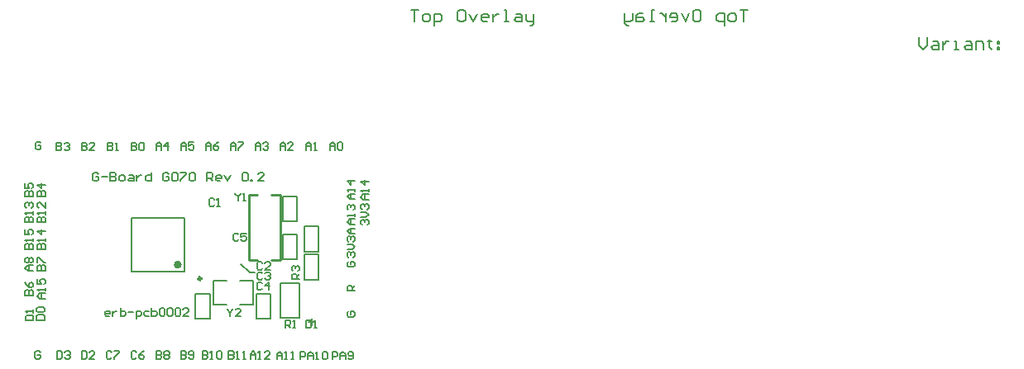
<source format=gto>
G04*
G04 #@! TF.GenerationSoftware,Altium Limited,Altium Designer,24.3.1 (35)*
G04*
G04 Layer_Color=65535*
%FSLAX44Y44*%
%MOMM*%
G71*
G04*
G04 #@! TF.SameCoordinates,254911FF-814D-4673-B187-D90DD251410E*
G04*
G04*
G04 #@! TF.FilePolarity,Positive*
G04*
G01*
G75*
%ADD10C,0.3000*%
%ADD11C,0.4000*%
%ADD12C,0.2000*%
%ADD13C,0.2540*%
%ADD14C,0.1270*%
%ADD15C,0.1500*%
D10*
X184250Y91500D02*
G03*
X184250Y91500I-1500J0D01*
G01*
D11*
X162250Y105750D02*
G03*
X162250Y105750I-2000J0D01*
G01*
D12*
X284500Y51500D02*
Y86500D01*
X265500Y51500D02*
Y86500D01*
X284500D01*
X265500Y51500D02*
X284500D01*
X282500Y150000D02*
Y176000D01*
X267500Y150000D02*
Y176000D01*
X282500D01*
X267500Y150000D02*
X282500D01*
X267500Y137000D02*
X282500D01*
X267500Y111000D02*
X282500D01*
Y137000D01*
X267500Y111000D02*
Y137000D01*
X240500Y50000D02*
Y76000D01*
X255500Y50000D02*
Y76000D01*
X240500Y50000D02*
X255500D01*
X240500Y76000D02*
X255500D01*
X178500D02*
X193500D01*
X178500Y50000D02*
X193500D01*
Y76000D01*
X178500Y50000D02*
Y76000D01*
X289500Y119300D02*
X304500D01*
X289500Y145300D02*
X304500D01*
X289500Y119300D02*
Y145300D01*
X304500Y119300D02*
Y145300D01*
Y90300D02*
Y116300D01*
X289500Y90300D02*
Y116300D01*
X304500D01*
X289500Y90300D02*
X304500D01*
X224997Y106600D02*
X233903Y97694D01*
X238849D01*
X196500Y65000D02*
X210050D01*
X196500Y89000D02*
X210050D01*
X223950D02*
X237500D01*
Y65000D02*
Y89000D01*
X196500Y65000D02*
Y89000D01*
X223950Y65000D02*
X237500D01*
X167500Y98500D02*
Y153500D01*
X112500Y98500D02*
Y153500D01*
Y98500D02*
X167500D01*
X112500Y153500D02*
X167500D01*
D13*
X265000Y177250D02*
X265000Y110750D01*
X256000Y177250D02*
X265000D01*
X256000Y110750D02*
X265000D01*
X233000Y177250D02*
X242000D01*
X233000Y110750D02*
X242000D01*
X233000Y177250D02*
X233000Y110750D01*
D14*
X297265Y50030D02*
Y43500D01*
X294000Y46765D02*
X300530D01*
D15*
X919250Y338746D02*
Y330749D01*
X923249Y326750D01*
X927247Y330749D01*
Y338746D01*
X933245Y334748D02*
X937244D01*
X939243Y332748D01*
Y326750D01*
X933245D01*
X931246Y328750D01*
X933245Y330749D01*
X939243D01*
X943242Y334748D02*
Y326750D01*
Y330749D01*
X945241Y332748D01*
X947241Y334748D01*
X949240D01*
X955238Y326750D02*
X959237D01*
X957237D01*
Y334748D01*
X955238D01*
X967234D02*
X971233D01*
X973232Y332748D01*
Y326750D01*
X967234D01*
X965235Y328750D01*
X967234Y330749D01*
X973232D01*
X977231Y326750D02*
Y334748D01*
X983229D01*
X985229Y332748D01*
Y326750D01*
X991227Y336747D02*
Y334748D01*
X989227D01*
X993226D01*
X991227D01*
Y328750D01*
X993226Y326750D01*
X999224Y334748D02*
X1001223D01*
Y332748D01*
X999224D01*
Y334748D01*
Y328750D02*
X1001223D01*
Y326750D01*
X999224D01*
Y328750D01*
X398750Y366996D02*
X406747D01*
X402748D01*
Y355000D01*
X412745D02*
X416744D01*
X418743Y357000D01*
Y360998D01*
X416744Y362998D01*
X412745D01*
X410746Y360998D01*
Y357000D01*
X412745Y355000D01*
X422742Y351002D02*
Y362998D01*
X428740D01*
X430740Y360998D01*
Y357000D01*
X428740Y355000D01*
X422742D01*
X452732Y366996D02*
X448734D01*
X446734Y364997D01*
Y357000D01*
X448734Y355000D01*
X452732D01*
X454732Y357000D01*
Y364997D01*
X452732Y366996D01*
X458730Y362998D02*
X462729Y355000D01*
X466728Y362998D01*
X476725Y355000D02*
X472726D01*
X470727Y357000D01*
Y360998D01*
X472726Y362998D01*
X476725D01*
X478724Y360998D01*
Y358999D01*
X470727D01*
X482723Y362998D02*
Y355000D01*
Y358999D01*
X484722Y360998D01*
X486721Y362998D01*
X488721D01*
X494719Y355000D02*
X498717D01*
X496718D01*
Y366996D01*
X494719D01*
X506715Y362998D02*
X510714D01*
X512713Y360998D01*
Y355000D01*
X506715D01*
X504715Y357000D01*
X506715Y358999D01*
X512713D01*
X516712Y362998D02*
Y357000D01*
X518711Y355000D01*
X524709D01*
Y353001D01*
X522710Y351002D01*
X520710D01*
X524709Y355000D02*
Y362998D01*
X743750Y367246D02*
X735752D01*
X739751D01*
Y355250D01*
X729754D02*
X725756D01*
X723756Y357249D01*
Y361248D01*
X725756Y363247D01*
X729754D01*
X731754Y361248D01*
Y357249D01*
X729754Y355250D01*
X719758Y351251D02*
Y363247D01*
X713760D01*
X711760Y361248D01*
Y357249D01*
X713760Y355250D01*
X719758D01*
X689767Y367246D02*
X693766D01*
X695765Y365247D01*
Y357249D01*
X693766Y355250D01*
X689767D01*
X687768Y357249D01*
Y365247D01*
X689767Y367246D01*
X683769Y363247D02*
X679771Y355250D01*
X675772Y363247D01*
X665775Y355250D02*
X669774D01*
X671773Y357249D01*
Y361248D01*
X669774Y363247D01*
X665775D01*
X663776Y361248D01*
Y359249D01*
X671773D01*
X659777Y363247D02*
Y355250D01*
Y359249D01*
X657778Y361248D01*
X655778Y363247D01*
X653779D01*
X647781Y355250D02*
X643782D01*
X645781D01*
Y367246D01*
X647781D01*
X635785Y363247D02*
X631786D01*
X629787Y361248D01*
Y355250D01*
X635785D01*
X637784Y357249D01*
X635785Y359249D01*
X629787D01*
X625788Y363247D02*
Y357249D01*
X623789Y355250D01*
X617791D01*
Y353251D01*
X619790Y351251D01*
X621789D01*
X617791Y355250D02*
Y363247D01*
X19975Y230452D02*
X18642Y231785D01*
X15976D01*
X14643Y230452D01*
Y225121D01*
X15976Y223788D01*
X18642D01*
X19975Y225121D01*
Y227787D01*
X17309D01*
X19438Y15774D02*
X18105Y17107D01*
X15439D01*
X14107Y15774D01*
Y10443D01*
X15439Y9110D01*
X18105D01*
X19438Y10443D01*
Y13108D01*
X16772D01*
X4503Y48669D02*
X12500D01*
Y52667D01*
X11167Y54000D01*
X5835D01*
X4503Y52667D01*
Y48669D01*
X12500Y56666D02*
Y59332D01*
Y57999D01*
X4503D01*
X5835Y56666D01*
X334836Y57666D02*
X333503Y56333D01*
Y53667D01*
X334836Y52334D01*
X340167D01*
X341500Y53667D01*
Y56333D01*
X340167Y57666D01*
X337501D01*
Y55000D01*
X341500Y147204D02*
X336168D01*
X333503Y149869D01*
X336168Y152535D01*
X341500D01*
X337501D01*
Y147204D01*
X341500Y155201D02*
Y157867D01*
Y156534D01*
X333503D01*
X334836Y155201D01*
Y161866D02*
X333503Y163199D01*
Y165864D01*
X334836Y167197D01*
X336168D01*
X337501Y165864D01*
Y164531D01*
Y165864D01*
X338834Y167197D01*
X340167D01*
X341500Y165864D01*
Y163199D01*
X340167Y161866D01*
X341500Y173004D02*
X336168D01*
X333503Y175669D01*
X336168Y178335D01*
X341500D01*
X337501D01*
Y173004D01*
X341500Y181001D02*
Y183667D01*
Y182334D01*
X333503D01*
X334836Y181001D01*
X341500Y191664D02*
X333503D01*
X337501Y187665D01*
Y192997D01*
X334836Y113338D02*
X333503Y114671D01*
Y117337D01*
X334836Y118670D01*
X336168D01*
X337501Y117337D01*
Y116004D01*
Y117337D01*
X338834Y118670D01*
X340167D01*
X341500Y117337D01*
Y114671D01*
X340167Y113338D01*
X333503Y121336D02*
X338834D01*
X341500Y124002D01*
X338834Y126667D01*
X333503D01*
X334836Y129333D02*
X333503Y130666D01*
Y133332D01*
X334836Y134665D01*
X336168D01*
X337501Y133332D01*
Y131999D01*
Y133332D01*
X338834Y134665D01*
X340167D01*
X341500Y133332D01*
Y130666D01*
X340167Y129333D01*
X341500Y137331D02*
X336168D01*
X333503Y139996D01*
X336168Y142662D01*
X341500D01*
X337501D01*
Y137331D01*
X341500Y78852D02*
X333503D01*
Y82851D01*
X334836Y84184D01*
X337501D01*
X338834Y82851D01*
Y78852D01*
Y81518D02*
X341500Y84184D01*
X334836Y108666D02*
X333503Y107333D01*
Y104667D01*
X334836Y103335D01*
X340167D01*
X341500Y104667D01*
Y107333D01*
X340167Y108666D01*
X337501D01*
Y106000D01*
X89653Y53026D02*
X86987D01*
X85654Y54359D01*
Y57024D01*
X86987Y58357D01*
X89653D01*
X90986Y57024D01*
Y55691D01*
X85654D01*
X93652Y58357D02*
Y53026D01*
Y55691D01*
X94985Y57024D01*
X96318Y58357D01*
X97651D01*
X101649Y61023D02*
Y53026D01*
X105648D01*
X106981Y54359D01*
Y55691D01*
Y57024D01*
X105648Y58357D01*
X101649D01*
X109647Y57024D02*
X114978D01*
X117644Y50360D02*
Y58357D01*
X121643D01*
X122976Y57024D01*
Y54359D01*
X121643Y53026D01*
X117644D01*
X130973Y58357D02*
X126974D01*
X125642Y57024D01*
Y54359D01*
X126974Y53026D01*
X130973D01*
X133639Y61023D02*
Y53026D01*
X137638D01*
X138971Y54359D01*
Y55691D01*
Y57024D01*
X137638Y58357D01*
X133639D01*
X141636Y59690D02*
X142969Y61023D01*
X145635D01*
X146968Y59690D01*
Y54359D01*
X145635Y53026D01*
X142969D01*
X141636Y54359D01*
Y59690D01*
X149634D02*
X150967Y61023D01*
X153633D01*
X154965Y59690D01*
Y54359D01*
X153633Y53026D01*
X150967D01*
X149634Y54359D01*
Y59690D01*
X157631D02*
X158964Y61023D01*
X161630D01*
X162963Y59690D01*
Y54359D01*
X161630Y53026D01*
X158964D01*
X157631Y54359D01*
Y59690D01*
X170960Y53026D02*
X165629D01*
X170960Y58357D01*
Y59690D01*
X169627Y61023D01*
X166962D01*
X165629Y59690D01*
X79158Y198904D02*
X77658Y200403D01*
X74659D01*
X73160Y198904D01*
Y192906D01*
X74659Y191406D01*
X77658D01*
X79158Y192906D01*
Y195905D01*
X76159D01*
X82157D02*
X88155D01*
X91154Y200403D02*
Y191406D01*
X95653D01*
X97152Y192906D01*
Y194405D01*
X95653Y195905D01*
X91154D01*
X95653D01*
X97152Y197404D01*
Y198904D01*
X95653Y200403D01*
X91154D01*
X101651Y191406D02*
X104650D01*
X106149Y192906D01*
Y195905D01*
X104650Y197404D01*
X101651D01*
X100151Y195905D01*
Y192906D01*
X101651Y191406D01*
X110648Y197404D02*
X113647D01*
X115146Y195905D01*
Y191406D01*
X110648D01*
X109148Y192906D01*
X110648Y194405D01*
X115146D01*
X118145Y197404D02*
Y191406D01*
Y194405D01*
X119645Y195905D01*
X121144Y197404D01*
X122644D01*
X133140Y200403D02*
Y191406D01*
X128642D01*
X127142Y192906D01*
Y195905D01*
X128642Y197404D01*
X133140D01*
X151135Y198904D02*
X149635Y200403D01*
X146636D01*
X145136Y198904D01*
Y192906D01*
X146636Y191406D01*
X149635D01*
X151135Y192906D01*
Y195905D01*
X148135D01*
X154134Y198904D02*
X155633Y200403D01*
X158632D01*
X160132Y198904D01*
Y192906D01*
X158632Y191406D01*
X155633D01*
X154134Y192906D01*
Y198904D01*
X163131Y200403D02*
X169129D01*
Y198904D01*
X163131Y192906D01*
Y191406D01*
X172128Y198904D02*
X173627Y200403D01*
X176626D01*
X178126Y198904D01*
Y192906D01*
X176626Y191406D01*
X173627D01*
X172128Y192906D01*
Y198904D01*
X190122Y191406D02*
Y200403D01*
X194620D01*
X196120Y198904D01*
Y195905D01*
X194620Y194405D01*
X190122D01*
X193121D02*
X196120Y191406D01*
X203618D02*
X200618D01*
X199119Y192906D01*
Y195905D01*
X200618Y197404D01*
X203618D01*
X205117Y195905D01*
Y194405D01*
X199119D01*
X208116Y197404D02*
X211115Y191406D01*
X214114Y197404D01*
X226110Y198904D02*
X227610Y200403D01*
X230609D01*
X232108Y198904D01*
Y192906D01*
X230609Y191406D01*
X227610D01*
X226110Y192906D01*
Y198904D01*
X235107Y191406D02*
Y192906D01*
X236607D01*
Y191406D01*
X235107D01*
X248603D02*
X242605D01*
X248603Y197404D01*
Y198904D01*
X247104Y200403D01*
X244104D01*
X242605Y198904D01*
X355500Y172604D02*
X350168D01*
X347503Y175269D01*
X350168Y177935D01*
X355500D01*
X351501D01*
Y172604D01*
X355500Y180601D02*
Y183267D01*
Y181934D01*
X347503D01*
X348835Y180601D01*
X355500Y191264D02*
X347503D01*
X351501Y187265D01*
Y192597D01*
X348835Y146537D02*
X347503Y147870D01*
Y150536D01*
X348835Y151869D01*
X350168D01*
X351501Y150536D01*
Y149203D01*
Y150536D01*
X352834Y151869D01*
X354167D01*
X355500Y150536D01*
Y147870D01*
X354167Y146537D01*
X347503Y154535D02*
X352834D01*
X355500Y157200D01*
X352834Y159866D01*
X347503D01*
X348835Y162532D02*
X347503Y163865D01*
Y166531D01*
X348835Y167864D01*
X350168D01*
X351501Y166531D01*
Y165198D01*
Y166531D01*
X352834Y167864D01*
X354167D01*
X355500Y166531D01*
Y163865D01*
X354167Y162532D01*
X4003Y74336D02*
X12000D01*
Y78335D01*
X10667Y79668D01*
X9334D01*
X8001Y78335D01*
Y74336D01*
Y78335D01*
X6668Y79668D01*
X5336D01*
X4003Y78335D01*
Y74336D01*
Y87665D02*
X5336Y84999D01*
X8001Y82333D01*
X10667D01*
X12000Y83666D01*
Y86332D01*
X10667Y87665D01*
X9334D01*
X8001Y86332D01*
Y82333D01*
X12000Y99736D02*
X6668D01*
X4003Y102402D01*
X6668Y105068D01*
X12000D01*
X8001D01*
Y99736D01*
X5336Y107733D02*
X4003Y109066D01*
Y111732D01*
X5336Y113065D01*
X6668D01*
X8001Y111732D01*
X9334Y113065D01*
X10667D01*
X12000Y111732D01*
Y109066D01*
X10667Y107733D01*
X9334D01*
X8001Y109066D01*
X6668Y107733D01*
X5336D01*
X8001Y109066D02*
Y111732D01*
X4003Y121804D02*
X12000D01*
Y125802D01*
X10667Y127135D01*
X9334D01*
X8001Y125802D01*
Y121804D01*
Y125802D01*
X6668Y127135D01*
X5336D01*
X4003Y125802D01*
Y121804D01*
X12000Y129801D02*
Y132467D01*
Y131134D01*
X4003D01*
X5336Y129801D01*
X4003Y141797D02*
Y136466D01*
X8001D01*
X6668Y139131D01*
Y140464D01*
X8001Y141797D01*
X10667D01*
X12000Y140464D01*
Y137799D01*
X10667Y136466D01*
X4003Y149454D02*
X12000D01*
Y153452D01*
X10667Y154785D01*
X9334D01*
X8001Y153452D01*
Y149454D01*
Y153452D01*
X6668Y154785D01*
X5336D01*
X4003Y153452D01*
Y149454D01*
X12000Y157451D02*
Y160117D01*
Y158784D01*
X4003D01*
X5336Y157451D01*
Y164116D02*
X4003Y165448D01*
Y168114D01*
X5336Y169447D01*
X6668D01*
X8001Y168114D01*
Y166781D01*
Y168114D01*
X9334Y169447D01*
X10667D01*
X12000Y168114D01*
Y165448D01*
X10667Y164116D01*
X4003Y175936D02*
X12000D01*
Y179935D01*
X10667Y181268D01*
X9334D01*
X8001Y179935D01*
Y175936D01*
Y179935D01*
X6668Y181268D01*
X5336D01*
X4003Y179935D01*
Y175936D01*
Y189265D02*
Y183933D01*
X8001D01*
X6668Y186599D01*
Y187932D01*
X8001Y189265D01*
X10667D01*
X12000Y187932D01*
Y185266D01*
X10667Y183933D01*
X16503Y175936D02*
X24500D01*
Y179935D01*
X23167Y181268D01*
X21834D01*
X20501Y179935D01*
Y175936D01*
Y179935D01*
X19168Y181268D01*
X17836D01*
X16503Y179935D01*
Y175936D01*
X24500Y187932D02*
X16503D01*
X20501Y183933D01*
Y189265D01*
X16503Y149454D02*
X24500D01*
Y153452D01*
X23167Y154785D01*
X21834D01*
X20501Y153452D01*
Y149454D01*
Y153452D01*
X19168Y154785D01*
X17836D01*
X16503Y153452D01*
Y149454D01*
X24500Y157451D02*
Y160117D01*
Y158784D01*
X16503D01*
X17836Y157451D01*
X24500Y169447D02*
Y164116D01*
X19168Y169447D01*
X17836D01*
X16503Y168114D01*
Y165448D01*
X17836Y164116D01*
X16503Y121804D02*
X24500D01*
Y125802D01*
X23167Y127135D01*
X21834D01*
X20501Y125802D01*
Y121804D01*
Y125802D01*
X19168Y127135D01*
X17836D01*
X16503Y125802D01*
Y121804D01*
X24500Y129801D02*
Y132467D01*
Y131134D01*
X16503D01*
X17836Y129801D01*
X24500Y140464D02*
X16503D01*
X20501Y136466D01*
Y141797D01*
X16503Y99736D02*
X24500D01*
Y103735D01*
X23167Y105068D01*
X21834D01*
X20501Y103735D01*
Y99736D01*
Y103735D01*
X19168Y105068D01*
X17836D01*
X16503Y103735D01*
Y99736D01*
Y107733D02*
Y113065D01*
X17836D01*
X23167Y107733D01*
X24500D01*
Y71004D02*
X19168D01*
X16503Y73669D01*
X19168Y76335D01*
X24500D01*
X20501D01*
Y71004D01*
X24500Y79001D02*
Y81667D01*
Y80334D01*
X16503D01*
X17836Y79001D01*
X16503Y90997D02*
Y85666D01*
X20501D01*
X19168Y88331D01*
Y89664D01*
X20501Y90997D01*
X23167D01*
X24500Y89664D01*
Y86999D01*
X23167Y85666D01*
X15723Y48936D02*
X23720D01*
Y52935D01*
X22387Y54268D01*
X17055D01*
X15723Y52935D01*
Y48936D01*
X17055Y56933D02*
X15723Y58266D01*
Y60932D01*
X17055Y62265D01*
X22387D01*
X23720Y60932D01*
Y58266D01*
X22387Y56933D01*
X17055D01*
X36000Y230998D02*
Y223000D01*
X39999D01*
X41332Y224333D01*
Y225666D01*
X39999Y226999D01*
X36000D01*
X39999D01*
X41332Y228332D01*
Y229665D01*
X39999Y230998D01*
X36000D01*
X43997Y229665D02*
X45330Y230998D01*
X47996D01*
X49329Y229665D01*
Y228332D01*
X47996Y226999D01*
X46663D01*
X47996D01*
X49329Y225666D01*
Y224333D01*
X47996Y223000D01*
X45330D01*
X43997Y224333D01*
X61736Y230998D02*
Y223000D01*
X65734D01*
X67067Y224333D01*
Y225666D01*
X65734Y226999D01*
X61736D01*
X65734D01*
X67067Y228332D01*
Y229665D01*
X65734Y230998D01*
X61736D01*
X75065Y223000D02*
X69733D01*
X75065Y228332D01*
Y229665D01*
X73732Y230998D01*
X71066D01*
X69733Y229665D01*
X88469Y230998D02*
Y223000D01*
X92467D01*
X93800Y224333D01*
Y225666D01*
X92467Y226999D01*
X88469D01*
X92467D01*
X93800Y228332D01*
Y229665D01*
X92467Y230998D01*
X88469D01*
X96466Y223000D02*
X99132D01*
X97799D01*
Y230998D01*
X96466Y229665D01*
X137936Y223450D02*
Y228782D01*
X140601Y231448D01*
X143267Y228782D01*
Y223450D01*
Y227449D01*
X137936D01*
X149932Y223450D02*
Y231448D01*
X145933Y227449D01*
X151265D01*
X112536Y230998D02*
Y223000D01*
X116534D01*
X117867Y224333D01*
Y225666D01*
X116534Y226999D01*
X112536D01*
X116534D01*
X117867Y228332D01*
Y229665D01*
X116534Y230998D01*
X112536D01*
X120533Y229665D02*
X121866Y230998D01*
X124532D01*
X125865Y229665D01*
Y224333D01*
X124532Y223000D01*
X121866D01*
X120533Y224333D01*
Y229665D01*
X214136Y223450D02*
Y228782D01*
X216801Y231448D01*
X219467Y228782D01*
Y223450D01*
Y227449D01*
X214136D01*
X222133Y231448D02*
X227465D01*
Y230115D01*
X222133Y224783D01*
Y223450D01*
X239536D02*
Y228782D01*
X242201Y231448D01*
X244867Y228782D01*
Y223450D01*
Y227449D01*
X239536D01*
X247533Y230115D02*
X248866Y231448D01*
X251532D01*
X252865Y230115D01*
Y228782D01*
X251532Y227449D01*
X250199D01*
X251532D01*
X252865Y226116D01*
Y224783D01*
X251532Y223450D01*
X248866D01*
X247533Y224783D01*
X188736Y223450D02*
Y228782D01*
X191401Y231448D01*
X194067Y228782D01*
Y223450D01*
Y227449D01*
X188736D01*
X202065Y231448D02*
X199399Y230115D01*
X196733Y227449D01*
Y224783D01*
X198066Y223450D01*
X200732D01*
X202065Y224783D01*
Y226116D01*
X200732Y227449D01*
X196733D01*
X163336Y223450D02*
Y228782D01*
X166001Y231448D01*
X168667Y228782D01*
Y223450D01*
Y227449D01*
X163336D01*
X176665Y231448D02*
X171333D01*
Y227449D01*
X173999Y228782D01*
X175332D01*
X176665Y227449D01*
Y224783D01*
X175332Y223450D01*
X172666D01*
X171333Y224783D01*
X264936Y223450D02*
Y228782D01*
X267601Y231448D01*
X270267Y228782D01*
Y223450D01*
Y227449D01*
X264936D01*
X278265Y223450D02*
X272933D01*
X278265Y228782D01*
Y230115D01*
X276932Y231448D01*
X274266D01*
X272933Y230115D01*
X315736Y223450D02*
Y228782D01*
X318401Y231448D01*
X321067Y228782D01*
Y223450D01*
Y227449D01*
X315736D01*
X323733Y230115D02*
X325066Y231448D01*
X327732D01*
X329065Y230115D01*
Y224783D01*
X327732Y223450D01*
X325066D01*
X323733Y224783D01*
Y230115D01*
X291668Y223450D02*
Y228782D01*
X294334Y231448D01*
X297000Y228782D01*
Y223450D01*
Y227449D01*
X291668D01*
X299666Y223450D02*
X302332D01*
X300999D01*
Y231448D01*
X299666Y230115D01*
X285436Y8508D02*
Y16505D01*
X289434D01*
X290767Y15172D01*
Y12507D01*
X289434Y11174D01*
X285436D01*
X293433Y8508D02*
Y13839D01*
X296099Y16505D01*
X298765Y13839D01*
Y8508D01*
Y12507D01*
X293433D01*
X301430Y8508D02*
X304096D01*
X302763D01*
Y16505D01*
X301430Y15172D01*
X308095D02*
X309428Y16505D01*
X312094D01*
X313426Y15172D01*
Y9841D01*
X312094Y8508D01*
X309428D01*
X308095Y9841D01*
Y15172D01*
X318438Y8504D02*
Y16502D01*
X322436D01*
X323769Y15169D01*
Y12503D01*
X322436Y11170D01*
X318438D01*
X326435Y8504D02*
Y13836D01*
X329101Y16502D01*
X331767Y13836D01*
Y8504D01*
Y12503D01*
X326435D01*
X334432Y9837D02*
X335765Y8504D01*
X338431D01*
X339764Y9837D01*
Y15169D01*
X338431Y16502D01*
X335765D01*
X334432Y15169D01*
Y13836D01*
X335765Y12503D01*
X339764D01*
X234705Y9044D02*
Y14376D01*
X237370Y17041D01*
X240036Y14376D01*
Y9044D01*
Y13043D01*
X234705D01*
X242702Y9044D02*
X245368D01*
X244035D01*
Y17041D01*
X242702Y15709D01*
X254698Y9044D02*
X249367D01*
X254698Y14376D01*
Y15709D01*
X253365Y17041D01*
X250700D01*
X249367Y15709D01*
X163336Y16948D02*
Y8950D01*
X167334D01*
X168667Y10283D01*
Y11616D01*
X167334Y12949D01*
X163336D01*
X167334D01*
X168667Y14282D01*
Y15615D01*
X167334Y16948D01*
X163336D01*
X171333Y10283D02*
X172666Y8950D01*
X175332D01*
X176665Y10283D01*
Y15615D01*
X175332Y16948D01*
X172666D01*
X171333Y15615D01*
Y14282D01*
X172666Y12949D01*
X176665D01*
X185403Y16948D02*
Y8950D01*
X189402D01*
X190735Y10283D01*
Y11616D01*
X189402Y12949D01*
X185403D01*
X189402D01*
X190735Y14282D01*
Y15615D01*
X189402Y16948D01*
X185403D01*
X193401Y8950D02*
X196067D01*
X194734D01*
Y16948D01*
X193401Y15615D01*
X200065D02*
X201398Y16948D01*
X204064D01*
X205397Y15615D01*
Y10283D01*
X204064Y8950D01*
X201398D01*
X200065Y10283D01*
Y15615D01*
X261627Y8659D02*
Y13990D01*
X264293Y16656D01*
X266959Y13990D01*
Y8659D01*
Y12657D01*
X261627D01*
X269625Y8659D02*
X272290D01*
X270957D01*
Y16656D01*
X269625Y15323D01*
X276289Y8659D02*
X278955D01*
X277622D01*
Y16656D01*
X276289Y15323D01*
X212136Y16948D02*
Y8950D01*
X216135D01*
X217468Y10283D01*
Y11616D01*
X216135Y12949D01*
X212136D01*
X216135D01*
X217468Y14282D01*
Y15615D01*
X216135Y16948D01*
X212136D01*
X220134Y8950D02*
X222799D01*
X221467D01*
Y16948D01*
X220134Y15615D01*
X226798Y8950D02*
X229464D01*
X228131D01*
Y16948D01*
X226798Y15615D01*
X117867D02*
X116534Y16948D01*
X113869D01*
X112536Y15615D01*
Y10283D01*
X113869Y8950D01*
X116534D01*
X117867Y10283D01*
X125865Y16948D02*
X123199Y15615D01*
X120533Y12949D01*
Y10283D01*
X121866Y8950D01*
X124532D01*
X125865Y10283D01*
Y11616D01*
X124532Y12949D01*
X120533D01*
X138336Y16948D02*
Y8950D01*
X142334D01*
X143667Y10283D01*
Y11616D01*
X142334Y12949D01*
X138336D01*
X142334D01*
X143667Y14282D01*
Y15615D01*
X142334Y16948D01*
X138336D01*
X146333Y15615D02*
X147666Y16948D01*
X150332D01*
X151664Y15615D01*
Y14282D01*
X150332Y12949D01*
X151664Y11616D01*
Y10283D01*
X150332Y8950D01*
X147666D01*
X146333Y10283D01*
Y11616D01*
X147666Y12949D01*
X146333Y14282D01*
Y15615D01*
X147666Y12949D02*
X150332D01*
X92467Y15615D02*
X91134Y16948D01*
X88469D01*
X87136Y15615D01*
Y10283D01*
X88469Y8950D01*
X91134D01*
X92467Y10283D01*
X95133Y16948D02*
X100465D01*
Y15615D01*
X95133Y10283D01*
Y8950D01*
X61736Y16948D02*
Y8950D01*
X65734D01*
X67067Y10283D01*
Y15615D01*
X65734Y16948D01*
X61736D01*
X75065Y8950D02*
X69733D01*
X75065Y14282D01*
Y15615D01*
X73732Y16948D01*
X71066D01*
X69733Y15615D01*
X36500Y16948D02*
Y8950D01*
X40499D01*
X41832Y10283D01*
Y15615D01*
X40499Y16948D01*
X36500D01*
X44497Y15615D02*
X45830Y16948D01*
X48496D01*
X49829Y15615D01*
Y14282D01*
X48496Y12949D01*
X47163D01*
X48496D01*
X49829Y11616D01*
Y10283D01*
X48496Y8950D01*
X45830D01*
X44497Y10283D01*
X219118Y179499D02*
Y178166D01*
X221784Y175500D01*
X224450Y178166D01*
Y179499D01*
X221784Y175500D02*
Y171502D01*
X227116D02*
X229782D01*
X228449D01*
Y179499D01*
X227116Y178166D01*
X284811Y91086D02*
X276814D01*
Y95084D01*
X278147Y96417D01*
X280812D01*
X282145Y95084D01*
Y91086D01*
Y93752D02*
X284811Y96417D01*
X278147Y99083D02*
X276814Y100416D01*
Y103082D01*
X278147Y104415D01*
X279480D01*
X280812Y103082D01*
Y101749D01*
Y103082D01*
X282145Y104415D01*
X283478D01*
X284811Y103082D01*
Y100416D01*
X283478Y99083D01*
X270219Y41002D02*
Y48999D01*
X274217D01*
X275550Y47666D01*
Y45000D01*
X274217Y43667D01*
X270219D01*
X272884D02*
X275550Y41002D01*
X278216D02*
X280882D01*
X279549D01*
Y48999D01*
X278216Y47666D01*
X211214Y60649D02*
Y59316D01*
X213880Y56650D01*
X216546Y59316D01*
Y60649D01*
X213880Y56650D02*
Y52652D01*
X224543D02*
X219212D01*
X224543Y57983D01*
Y59316D01*
X223210Y60649D01*
X220544D01*
X219212Y59316D01*
X197750Y172477D02*
X196417Y173810D01*
X193751D01*
X192418Y172477D01*
Y167146D01*
X193751Y165813D01*
X196417D01*
X197750Y167146D01*
X200416Y165813D02*
X203082D01*
X201749D01*
Y173810D01*
X200416Y172477D01*
X291668Y48999D02*
Y41002D01*
X295667D01*
X297000Y42334D01*
Y47666D01*
X295667Y48999D01*
X291668D01*
X299666Y41002D02*
X302332D01*
X300999D01*
Y48999D01*
X299666Y47666D01*
X246841Y107127D02*
X245508Y108460D01*
X242842D01*
X241509Y107127D01*
Y101796D01*
X242842Y100463D01*
X245508D01*
X246841Y101796D01*
X254838Y100463D02*
X249507D01*
X254838Y105794D01*
Y107127D01*
X253505Y108460D01*
X250840D01*
X249507Y107127D01*
X246666Y86522D02*
X245333Y87855D01*
X242667D01*
X241334Y86522D01*
Y81191D01*
X242667Y79858D01*
X245333D01*
X246666Y81191D01*
X253330Y79858D02*
Y87855D01*
X249331Y83856D01*
X254663D01*
X222367Y136666D02*
X221034Y137999D01*
X218368D01*
X217036Y136666D01*
Y131335D01*
X218368Y130002D01*
X221034D01*
X222367Y131335D01*
X230365Y137999D02*
X225033D01*
Y134000D01*
X227699Y135333D01*
X229032D01*
X230365Y134000D01*
Y131335D01*
X229032Y130002D01*
X226366D01*
X225033Y131335D01*
X246867Y96866D02*
X245534Y98199D01*
X242868D01*
X241535Y96866D01*
Y91535D01*
X242868Y90202D01*
X245534D01*
X246867Y91535D01*
X249533Y96866D02*
X250866Y98199D01*
X253532D01*
X254865Y96866D01*
Y95533D01*
X253532Y94200D01*
X252199D01*
X253532D01*
X254865Y92867D01*
Y91535D01*
X253532Y90202D01*
X250866D01*
X249533Y91535D01*
M02*

</source>
